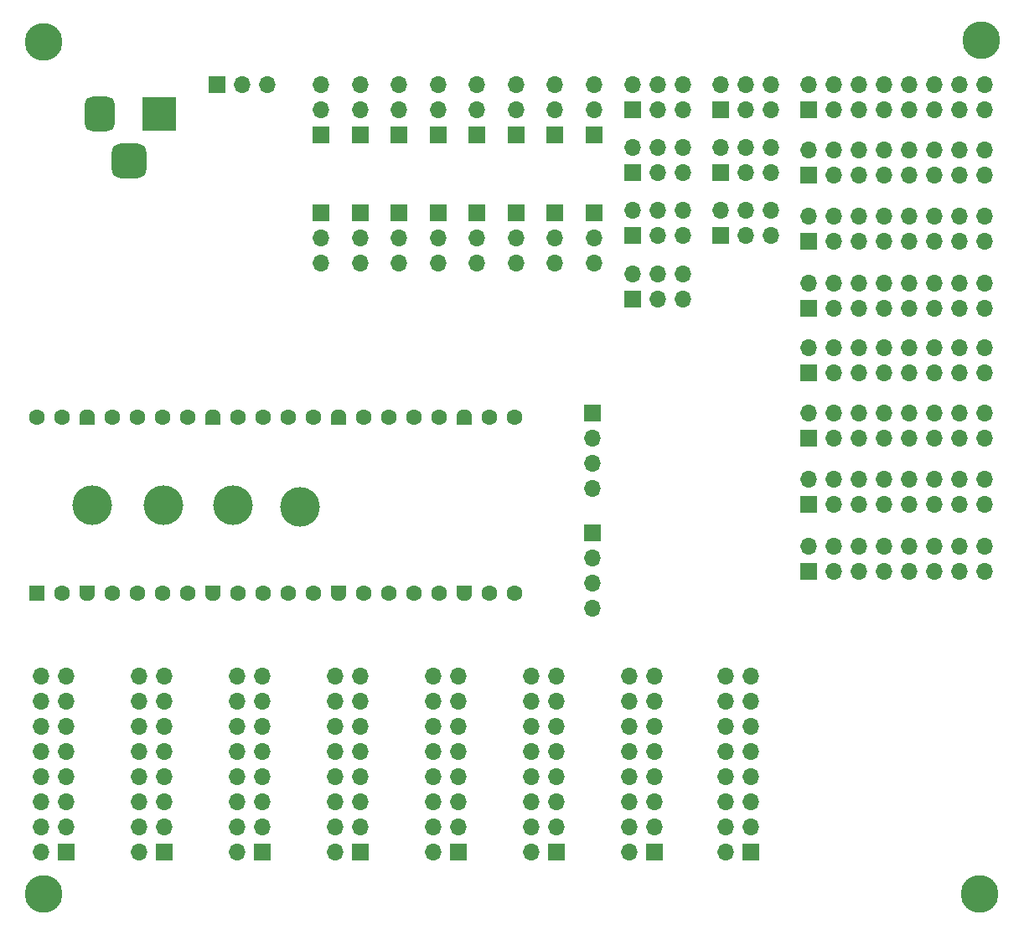
<source format=gbr>
%TF.GenerationSoftware,KiCad,Pcbnew,8.0.8*%
%TF.CreationDate,2025-03-09T11:30:45-03:00*%
%TF.ProjectId,pi_controller,70695f63-6f6e-4747-926f-6c6c65722e6b,1.0*%
%TF.SameCoordinates,Original*%
%TF.FileFunction,Soldermask,Bot*%
%TF.FilePolarity,Negative*%
%FSLAX46Y46*%
G04 Gerber Fmt 4.6, Leading zero omitted, Abs format (unit mm)*
G04 Created by KiCad (PCBNEW 8.0.8) date 2025-03-09 11:30:46*
%MOMM*%
%LPD*%
G01*
G04 APERTURE LIST*
G04 Aperture macros list*
%AMRoundRect*
0 Rectangle with rounded corners*
0 $1 Rounding radius*
0 $2 $3 $4 $5 $6 $7 $8 $9 X,Y pos of 4 corners*
0 Add a 4 corners polygon primitive as box body*
4,1,4,$2,$3,$4,$5,$6,$7,$8,$9,$2,$3,0*
0 Add four circle primitives for the rounded corners*
1,1,$1+$1,$2,$3*
1,1,$1+$1,$4,$5*
1,1,$1+$1,$6,$7*
1,1,$1+$1,$8,$9*
0 Add four rect primitives between the rounded corners*
20,1,$1+$1,$2,$3,$4,$5,0*
20,1,$1+$1,$4,$5,$6,$7,0*
20,1,$1+$1,$6,$7,$8,$9,0*
20,1,$1+$1,$8,$9,$2,$3,0*%
%AMFreePoly0*
4,1,28,0.605014,0.794986,0.644504,0.794986,0.724698,0.756366,0.780194,0.686777,0.800000,0.600000,0.800000,-0.600000,0.780194,-0.686777,0.724698,-0.756366,0.644504,-0.794986,0.605014,-0.794986,0.600000,-0.800000,0.000000,-0.800000,-0.178017,-0.779942,-0.347107,-0.720775,-0.498792,-0.625465,-0.625465,-0.498792,-0.720775,-0.347107,-0.779942,-0.178017,-0.800000,0.000000,-0.779942,0.178017,
-0.720775,0.347107,-0.625465,0.498792,-0.498792,0.625465,-0.347107,0.720775,-0.178017,0.779942,0.000000,0.800000,0.600000,0.800000,0.605014,0.794986,0.605014,0.794986,$1*%
%AMFreePoly1*
4,1,28,0.178017,0.779942,0.347107,0.720775,0.498792,0.625465,0.625465,0.498792,0.720775,0.347107,0.779942,0.178017,0.800000,0.000000,0.779942,-0.178017,0.720775,-0.347107,0.625465,-0.498792,0.498792,-0.625465,0.347107,-0.720775,0.178017,-0.779942,0.000000,-0.800000,-0.600000,-0.800000,-0.605014,-0.794986,-0.644504,-0.794986,-0.724698,-0.756366,-0.780194,-0.686777,-0.800000,-0.600000,
-0.800000,0.600000,-0.780194,0.686777,-0.724698,0.756366,-0.644504,0.794986,-0.605014,0.794986,-0.600000,0.800000,0.000000,0.800000,0.178017,0.779942,0.178017,0.779942,$1*%
G04 Aperture macros list end*
%ADD10R,3.500000X3.500000*%
%ADD11RoundRect,0.750000X-0.750000X-1.000000X0.750000X-1.000000X0.750000X1.000000X-0.750000X1.000000X0*%
%ADD12RoundRect,0.875000X-0.875000X-0.875000X0.875000X-0.875000X0.875000X0.875000X-0.875000X0.875000X0*%
%ADD13RoundRect,0.200000X0.600000X-0.600000X0.600000X0.600000X-0.600000X0.600000X-0.600000X-0.600000X0*%
%ADD14C,1.600000*%
%ADD15FreePoly0,90.000000*%
%ADD16FreePoly1,90.000000*%
%ADD17C,4.000000*%
%ADD18C,2.600000*%
%ADD19C,3.800000*%
%ADD20R,1.700000X1.700000*%
%ADD21O,1.700000X1.700000*%
G04 APERTURE END LIST*
D10*
%TO.C,J2*%
X103409000Y-66098500D03*
D11*
X97409000Y-66098500D03*
D12*
X100409000Y-70798500D03*
%TD*%
D13*
%TO.C,U4*%
X91059000Y-114554000D03*
D14*
X93599000Y-114554000D03*
D15*
X96139000Y-114554000D03*
D14*
X98679000Y-114554000D03*
X101219000Y-114554000D03*
X103759000Y-114554000D03*
X106299000Y-114554000D03*
D15*
X108839000Y-114554000D03*
D14*
X111379000Y-114554000D03*
X113919000Y-114554000D03*
X116459000Y-114554000D03*
X118999000Y-114554000D03*
D15*
X121539000Y-114554000D03*
D14*
X124079000Y-114554000D03*
X126619000Y-114554000D03*
X129159000Y-114554000D03*
X131699000Y-114554000D03*
D15*
X134239000Y-114554000D03*
D14*
X136779000Y-114554000D03*
X139319000Y-114554000D03*
X139319000Y-96774000D03*
X136779000Y-96774000D03*
D16*
X134239000Y-96774000D03*
D14*
X131699000Y-96774000D03*
X129159000Y-96774000D03*
X126619000Y-96774000D03*
X124079000Y-96774000D03*
D16*
X121539000Y-96774000D03*
D14*
X118999000Y-96774000D03*
X116459000Y-96774000D03*
X113919000Y-96774000D03*
X111379000Y-96774000D03*
D16*
X108839000Y-96774000D03*
D14*
X106299000Y-96774000D03*
X103759000Y-96774000D03*
X101219000Y-96774000D03*
X98679000Y-96774000D03*
D16*
X96139000Y-96774000D03*
D14*
X93599000Y-96774000D03*
X91059000Y-96774000D03*
%TD*%
D17*
%TO.C,TP2*%
X110871000Y-105664000D03*
%TD*%
%TO.C,TP3*%
X103812666Y-105664000D03*
%TD*%
%TO.C,TP4*%
X96647000Y-105664000D03*
%TD*%
%TO.C,TP1*%
X117602000Y-105791000D03*
%TD*%
D18*
%TO.C,H3*%
X91694000Y-144907000D03*
D19*
X91694000Y-144907000D03*
%TD*%
D18*
%TO.C,H2*%
X186436000Y-58674000D03*
D19*
X186436000Y-58674000D03*
%TD*%
D18*
%TO.C,H1*%
X91694000Y-58801000D03*
D19*
X91694000Y-58801000D03*
%TD*%
D18*
%TO.C,H4*%
X186309000Y-144907000D03*
D19*
X186309000Y-144907000D03*
%TD*%
D20*
%TO.C,J23*%
X160147000Y-65659000D03*
D21*
X160147000Y-63119000D03*
X162687000Y-65659000D03*
X162687000Y-63119000D03*
X165227000Y-65659000D03*
X165227000Y-63119000D03*
%TD*%
D20*
%TO.C,J22*%
X151257000Y-65659000D03*
D21*
X151257000Y-63119000D03*
X153797000Y-65659000D03*
X153797000Y-63119000D03*
X156337000Y-65659000D03*
X156337000Y-63119000D03*
%TD*%
D20*
%TO.C,J21*%
X151272000Y-78363999D03*
D21*
X151272000Y-75823999D03*
X153812000Y-78363999D03*
X153812000Y-75823999D03*
X156352000Y-78363999D03*
X156352000Y-75823999D03*
%TD*%
D20*
%TO.C,J20*%
X160147000Y-72009000D03*
D21*
X160147000Y-69469000D03*
X162687000Y-72009000D03*
X162687000Y-69469000D03*
X165227000Y-72009000D03*
X165227000Y-69469000D03*
%TD*%
D20*
%TO.C,J19*%
X160147000Y-78359000D03*
D21*
X160147000Y-75819000D03*
X162687000Y-78359000D03*
X162687000Y-75819000D03*
X165227000Y-78359000D03*
X165227000Y-75819000D03*
%TD*%
D20*
%TO.C,J18*%
X151257000Y-72009000D03*
D21*
X151257000Y-69469000D03*
X153797000Y-72009000D03*
X153797000Y-69469000D03*
X156337000Y-72009000D03*
X156337000Y-69469000D03*
%TD*%
D20*
%TO.C,J17*%
X151272000Y-84756332D03*
D21*
X151272000Y-82216332D03*
X153812000Y-84756332D03*
X153812000Y-82216332D03*
X156352000Y-84756332D03*
X156352000Y-82216332D03*
%TD*%
%TO.C,J43*%
X160688000Y-122936000D03*
X163228000Y-122936000D03*
X160688000Y-125476000D03*
X163228000Y-125476000D03*
X160688000Y-128016000D03*
X163228000Y-128016000D03*
X160688000Y-130556000D03*
X163228000Y-130556000D03*
X160688000Y-133096000D03*
X163228000Y-133096000D03*
X160688000Y-135636000D03*
X163228000Y-135636000D03*
X160688000Y-138176000D03*
X163228000Y-138176000D03*
X160688000Y-140716000D03*
D20*
X163228000Y-140716000D03*
%TD*%
%TO.C,J42*%
X153416000Y-140716000D03*
D21*
X150876000Y-140716000D03*
X153416000Y-138176000D03*
X150876000Y-138176000D03*
X153416000Y-135636000D03*
X150876000Y-135636000D03*
X153416000Y-133096000D03*
X150876000Y-133096000D03*
X153416000Y-130556000D03*
X150876000Y-130556000D03*
X153416000Y-128016000D03*
X150876000Y-128016000D03*
X153416000Y-125476000D03*
X150876000Y-125476000D03*
X153416000Y-122936000D03*
X150876000Y-122936000D03*
%TD*%
D20*
%TO.C,J41*%
X143510000Y-140716000D03*
D21*
X140970000Y-140716000D03*
X143510000Y-138176000D03*
X140970000Y-138176000D03*
X143510000Y-135636000D03*
X140970000Y-135636000D03*
X143510000Y-133096000D03*
X140970000Y-133096000D03*
X143510000Y-130556000D03*
X140970000Y-130556000D03*
X143510000Y-128016000D03*
X140970000Y-128016000D03*
X143510000Y-125476000D03*
X140970000Y-125476000D03*
X143510000Y-122936000D03*
X140970000Y-122936000D03*
%TD*%
D20*
%TO.C,J40*%
X123698000Y-140700210D03*
D21*
X121158000Y-140700210D03*
X123698000Y-138160210D03*
X121158000Y-138160210D03*
X123698000Y-135620210D03*
X121158000Y-135620210D03*
X123698000Y-133080210D03*
X121158000Y-133080210D03*
X123698000Y-130540210D03*
X121158000Y-130540210D03*
X123698000Y-128000210D03*
X121158000Y-128000210D03*
X123698000Y-125460210D03*
X121158000Y-125460210D03*
X123698000Y-122920210D03*
X121158000Y-122920210D03*
%TD*%
%TO.C,J37*%
X101346000Y-122936000D03*
X103886000Y-122936000D03*
X101346000Y-125476000D03*
X103886000Y-125476000D03*
X101346000Y-128016000D03*
X103886000Y-128016000D03*
X101346000Y-130556000D03*
X103886000Y-130556000D03*
X101346000Y-133096000D03*
X103886000Y-133096000D03*
X101346000Y-135636000D03*
X103886000Y-135636000D03*
X101346000Y-138176000D03*
X103886000Y-138176000D03*
X101346000Y-140716000D03*
D20*
X103886000Y-140716000D03*
%TD*%
D21*
%TO.C,J36*%
X91440000Y-122936000D03*
X93980000Y-122936000D03*
X91440000Y-125476000D03*
X93980000Y-125476000D03*
X91440000Y-128016000D03*
X93980000Y-128016000D03*
X91440000Y-130556000D03*
X93980000Y-130556000D03*
X91440000Y-133096000D03*
X93980000Y-133096000D03*
X91440000Y-135636000D03*
X93980000Y-135636000D03*
X91440000Y-138176000D03*
X93980000Y-138176000D03*
X91440000Y-140716000D03*
D20*
X93980000Y-140716000D03*
%TD*%
%TO.C,J25*%
X147320000Y-68199000D03*
D21*
X147320000Y-65659000D03*
X147320000Y-63119000D03*
%TD*%
D20*
%TO.C,J14*%
X139446000Y-68229000D03*
D21*
X139446000Y-65689000D03*
X139446000Y-63149000D03*
%TD*%
D20*
%TO.C,J3*%
X131572000Y-68229000D03*
D21*
X131572000Y-65689000D03*
X131572000Y-63149000D03*
%TD*%
D20*
%TO.C,J13*%
X123698000Y-68199000D03*
D21*
X123698000Y-65659000D03*
X123698000Y-63119000D03*
%TD*%
D20*
%TO.C,J12*%
X119761000Y-76118000D03*
D21*
X119761000Y-78658000D03*
X119761000Y-81198000D03*
%TD*%
D20*
%TO.C,J11*%
X127635000Y-76118000D03*
D21*
X127635000Y-78658000D03*
X127635000Y-81198000D03*
%TD*%
D20*
%TO.C,J10*%
X135509000Y-76118000D03*
D21*
X135509000Y-78658000D03*
X135509000Y-81198000D03*
%TD*%
D20*
%TO.C,J16*%
X143383000Y-76118000D03*
D21*
X143383000Y-78658000D03*
X143383000Y-81198000D03*
%TD*%
D20*
%TO.C,J15*%
X143383000Y-68199000D03*
D21*
X143383000Y-65659000D03*
X143383000Y-63119000D03*
%TD*%
D20*
%TO.C,J9*%
X135509000Y-68229000D03*
D21*
X135509000Y-65689000D03*
X135509000Y-63149000D03*
%TD*%
D20*
%TO.C,J6*%
X127635000Y-68229000D03*
D21*
X127635000Y-65689000D03*
X127635000Y-63149000D03*
%TD*%
D20*
%TO.C,J5*%
X119761000Y-68199000D03*
D21*
X119761000Y-65659000D03*
X119761000Y-63119000D03*
%TD*%
D20*
%TO.C,J4*%
X123698000Y-76118000D03*
D21*
X123698000Y-78658000D03*
X123698000Y-81198000D03*
%TD*%
D20*
%TO.C,J7*%
X131572000Y-76118000D03*
D21*
X131572000Y-78658000D03*
X131572000Y-81198000D03*
%TD*%
D20*
%TO.C,J8*%
X139446000Y-76118000D03*
D21*
X139446000Y-78658000D03*
X139446000Y-81198000D03*
%TD*%
D20*
%TO.C,J24*%
X147320000Y-76118000D03*
D21*
X147320000Y-78658000D03*
X147320000Y-81198000D03*
%TD*%
%TO.C,J1*%
X114315000Y-63119000D03*
X111775000Y-63119000D03*
D20*
X109235000Y-63119000D03*
%TD*%
%TO.C,J31*%
X147193000Y-108458000D03*
D21*
X147193000Y-110998000D03*
X147193000Y-113538000D03*
X147193000Y-116078000D03*
%TD*%
%TO.C,J30*%
X147193000Y-103896000D03*
X147193000Y-101356000D03*
X147193000Y-98816000D03*
D20*
X147193000Y-96276000D03*
%TD*%
D21*
%TO.C,J39*%
X131064000Y-122936000D03*
X133604000Y-122936000D03*
X131064000Y-125476000D03*
X133604000Y-125476000D03*
X131064000Y-128016000D03*
X133604000Y-128016000D03*
X131064000Y-130556000D03*
X133604000Y-130556000D03*
X131064000Y-133096000D03*
X133604000Y-133096000D03*
X131064000Y-135636000D03*
X133604000Y-135636000D03*
X131064000Y-138176000D03*
X133604000Y-138176000D03*
X131064000Y-140716000D03*
D20*
X133604000Y-140716000D03*
%TD*%
%TO.C,J38*%
X113792000Y-140716000D03*
D21*
X111252000Y-140716000D03*
X113792000Y-138176000D03*
X111252000Y-138176000D03*
X113792000Y-135636000D03*
X111252000Y-135636000D03*
X113792000Y-133096000D03*
X111252000Y-133096000D03*
X113792000Y-130556000D03*
X111252000Y-130556000D03*
X113792000Y-128016000D03*
X111252000Y-128016000D03*
X113792000Y-125476000D03*
X111252000Y-125476000D03*
X113792000Y-122936000D03*
X111252000Y-122936000D03*
%TD*%
%TO.C,J27*%
X186817000Y-83190000D03*
X186817000Y-85730000D03*
X184277000Y-83190000D03*
X184277000Y-85730000D03*
X181737000Y-83190000D03*
X181737000Y-85730000D03*
X179197000Y-83190000D03*
X179197000Y-85730000D03*
X176657000Y-83190000D03*
X176657000Y-85730000D03*
X174117000Y-83190000D03*
X174117000Y-85730000D03*
X171577000Y-83190000D03*
X171577000Y-85730000D03*
X169037000Y-83190000D03*
D20*
X169037000Y-85730000D03*
%TD*%
D21*
%TO.C,J28*%
X186817000Y-69723000D03*
X186817000Y-72263000D03*
X184277000Y-69723000D03*
X184277000Y-72263000D03*
X181737000Y-69723000D03*
X181737000Y-72263000D03*
X179197000Y-69723000D03*
X179197000Y-72263000D03*
X176657000Y-69723000D03*
X176657000Y-72263000D03*
X174117000Y-69723000D03*
X174117000Y-72263000D03*
X171577000Y-69723000D03*
X171577000Y-72263000D03*
X169037000Y-69723000D03*
D20*
X169037000Y-72263000D03*
%TD*%
D21*
%TO.C,J35*%
X186817000Y-89667000D03*
X186817000Y-92207000D03*
X184277000Y-89667000D03*
X184277000Y-92207000D03*
X181737000Y-89667000D03*
X181737000Y-92207000D03*
X179197000Y-89667000D03*
X179197000Y-92207000D03*
X176657000Y-89667000D03*
X176657000Y-92207000D03*
X174117000Y-89667000D03*
X174117000Y-92207000D03*
X171577000Y-89667000D03*
X171577000Y-92207000D03*
X169037000Y-89667000D03*
D20*
X169037000Y-92207000D03*
%TD*%
D21*
%TO.C,J29*%
X186817000Y-63119000D03*
X186817000Y-65659000D03*
X184277000Y-63119000D03*
X184277000Y-65659000D03*
X181737000Y-63119000D03*
X181737000Y-65659000D03*
X179197000Y-63119000D03*
X179197000Y-65659000D03*
X176657000Y-63119000D03*
X176657000Y-65659000D03*
X174117000Y-63119000D03*
X174117000Y-65659000D03*
X171577000Y-63119000D03*
X171577000Y-65659000D03*
X169037000Y-63119000D03*
D20*
X169037000Y-65659000D03*
%TD*%
D21*
%TO.C,J34*%
X186817000Y-103002000D03*
X186817000Y-105542000D03*
X184277000Y-103002000D03*
X184277000Y-105542000D03*
X181737000Y-103002000D03*
X181737000Y-105542000D03*
X179197000Y-103002000D03*
X179197000Y-105542000D03*
X176657000Y-103002000D03*
X176657000Y-105542000D03*
X174117000Y-103002000D03*
X174117000Y-105542000D03*
X171577000Y-103002000D03*
X171577000Y-105542000D03*
X169037000Y-103002000D03*
D20*
X169037000Y-105542000D03*
%TD*%
D21*
%TO.C,J26*%
X186817000Y-76454000D03*
X186817000Y-78994000D03*
X184277000Y-76454000D03*
X184277000Y-78994000D03*
X181737000Y-76454000D03*
X181737000Y-78994000D03*
X179197000Y-76454000D03*
X179197000Y-78994000D03*
X176657000Y-76454000D03*
X176657000Y-78994000D03*
X174117000Y-76454000D03*
X174117000Y-78994000D03*
X171577000Y-76454000D03*
X171577000Y-78994000D03*
X169037000Y-76454000D03*
D20*
X169037000Y-78994000D03*
%TD*%
D21*
%TO.C,J33*%
X186817000Y-109733000D03*
X186817000Y-112273000D03*
X184277000Y-109733000D03*
X184277000Y-112273000D03*
X181737000Y-109733000D03*
X181737000Y-112273000D03*
X179197000Y-109733000D03*
X179197000Y-112273000D03*
X176657000Y-109733000D03*
X176657000Y-112273000D03*
X174117000Y-109733000D03*
X174117000Y-112273000D03*
X171577000Y-109733000D03*
X171577000Y-112273000D03*
X169037000Y-109733000D03*
D20*
X169037000Y-112273000D03*
%TD*%
D21*
%TO.C,J32*%
X186817000Y-96271000D03*
X186817000Y-98811000D03*
X184277000Y-96271000D03*
X184277000Y-98811000D03*
X181737000Y-96271000D03*
X181737000Y-98811000D03*
X179197000Y-96271000D03*
X179197000Y-98811000D03*
X176657000Y-96271000D03*
X176657000Y-98811000D03*
X174117000Y-96271000D03*
X174117000Y-98811000D03*
X171577000Y-96271000D03*
X171577000Y-98811000D03*
X169037000Y-96271000D03*
D20*
X169037000Y-98811000D03*
%TD*%
M02*

</source>
